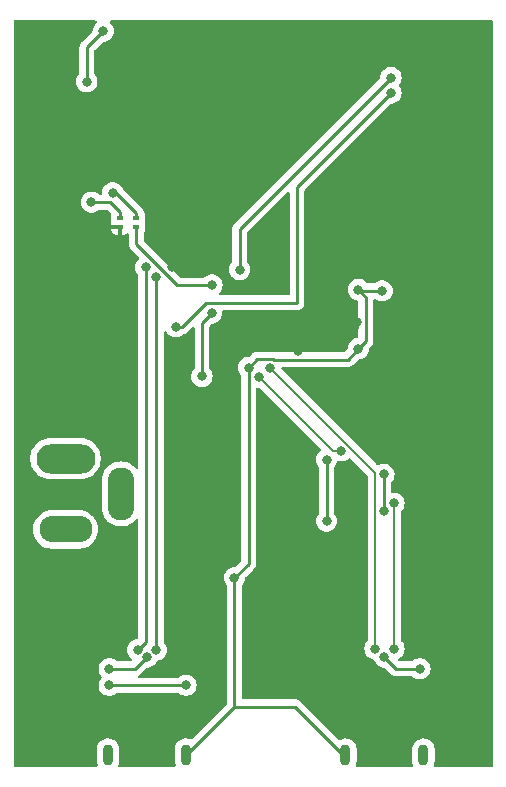
<source format=gbr>
%TF.GenerationSoftware,KiCad,Pcbnew,7.0.9*%
%TF.CreationDate,2024-03-05T03:29:11-06:00*%
%TF.ProjectId,Sensor PCB,53656e73-6f72-4205-9043-422e6b696361,rev?*%
%TF.SameCoordinates,Original*%
%TF.FileFunction,Copper,L2,Bot*%
%TF.FilePolarity,Positive*%
%FSLAX46Y46*%
G04 Gerber Fmt 4.6, Leading zero omitted, Abs format (unit mm)*
G04 Created by KiCad (PCBNEW 7.0.9) date 2024-03-05 03:29:11*
%MOMM*%
%LPD*%
G01*
G04 APERTURE LIST*
%TA.AperFunction,ComponentPad*%
%ADD10O,5.000000X2.500000*%
%TD*%
%TA.AperFunction,ComponentPad*%
%ADD11O,4.500000X2.250000*%
%TD*%
%TA.AperFunction,ComponentPad*%
%ADD12O,2.250000X4.500000*%
%TD*%
%TA.AperFunction,ComponentPad*%
%ADD13O,0.900000X1.800000*%
%TD*%
%TA.AperFunction,SMDPad,CuDef*%
%ADD14R,0.500000X0.300000*%
%TD*%
%TA.AperFunction,ViaPad*%
%ADD15C,0.800000*%
%TD*%
%TA.AperFunction,Conductor*%
%ADD16C,0.250000*%
%TD*%
%TA.AperFunction,Conductor*%
%ADD17C,0.200000*%
%TD*%
G04 APERTURE END LIST*
D10*
%TO.P,J1,1*%
%TO.N,+12V*%
X110000000Y-98300000D03*
D11*
%TO.P,J1,2*%
%TO.N,GND*%
X110000000Y-104300000D03*
D12*
%TO.P,J1,3*%
%TO.N,unconnected-(J1-Pad3)*%
X114700000Y-101300000D03*
%TD*%
D13*
%TO.P,J2,S5,SHIELD__4*%
%TO.N,GND*%
X133700000Y-123400000D03*
%TO.P,J2,S6,SHIELD__5*%
X140300000Y-123400000D03*
%TD*%
%TO.P,J3,S5,SHIELD__4*%
%TO.N,GND*%
X113600000Y-123400000D03*
%TO.P,J3,S6,SHIELD__5*%
X120200000Y-123400000D03*
%TD*%
D14*
%TO.P,U3,1,SDA*%
%TO.N,Net-(U1-IO8)*%
X116000000Y-77900000D03*
%TO.P,U3,2,SCL*%
%TO.N,Net-(U1-IO9)*%
X116000000Y-78700000D03*
%TO.P,U3,3,VDD*%
%TO.N,+3.3V*%
X114600000Y-78700000D03*
%TO.P,U3,4,VSS*%
%TO.N,GND*%
X114600000Y-77900000D03*
%TD*%
D15*
%TO.N,GND*%
X134800000Y-89000000D03*
X140000000Y-116100000D03*
X113700000Y-116100000D03*
X112200000Y-76600000D03*
X113200000Y-62100000D03*
X124300000Y-108400000D03*
X116900000Y-115100000D03*
X111800000Y-66400000D03*
X137000000Y-115100000D03*
X134800000Y-84000000D03*
X136800000Y-84100000D03*
X125500000Y-90600000D03*
%TO.N,+3.3V*%
X115550000Y-72750000D03*
X134700000Y-86700000D03*
X108250000Y-76650000D03*
X129700000Y-89200000D03*
X119000000Y-82100000D03*
X110200000Y-76600000D03*
%TO.N,USB_DP*%
X137800000Y-102100000D03*
X133355378Y-97644622D03*
X126400000Y-91400000D03*
X137800000Y-114400000D03*
%TO.N,USB_DN*%
X136200000Y-114400000D03*
X127300000Y-90600000D03*
%TO.N,IO20*%
X117700000Y-82900000D03*
X117700000Y-114500000D03*
%TO.N,IO19*%
X116800000Y-82100000D03*
X116100000Y-114500000D03*
%TO.N,VBUS*%
X113700000Y-117500000D03*
X120200000Y-117500000D03*
X132100000Y-98400000D03*
X132100000Y-103600000D03*
%TO.N,Net-(U1-IO8)*%
X114000000Y-75800497D03*
%TO.N,Net-(U1-IO9)*%
X122400000Y-83600000D03*
%TO.N,U0RXD*%
X119350000Y-87150000D03*
X137550000Y-67350000D03*
%TO.N,U0TXD*%
X137550000Y-66050000D03*
X124750000Y-82300000D03*
%TO.N,RTS*%
X122369731Y-85995133D03*
X121550000Y-91350000D03*
%TO.N,Net-(U6-COLLECTOR)*%
X136950000Y-102750000D03*
X136950000Y-99650000D03*
%TD*%
D16*
%TO.N,GND*%
X116900000Y-115100000D02*
X115900000Y-116100000D01*
X115900000Y-116100000D02*
X113700000Y-116100000D01*
X111800000Y-63500000D02*
X113200000Y-62100000D01*
X126225000Y-89875000D02*
X125500000Y-90600000D01*
X138000000Y-116100000D02*
X137000000Y-115100000D01*
X134800000Y-89000000D02*
X133875000Y-89925000D01*
X114600000Y-77900000D02*
X114600000Y-77400000D01*
X133875000Y-89925000D02*
X127650305Y-89925000D01*
X114600000Y-77400000D02*
X114000000Y-76800000D01*
X113800000Y-76600000D02*
X112200000Y-76600000D01*
X136800000Y-84100000D02*
X134900000Y-84100000D01*
X134800000Y-89000000D02*
X135425000Y-88375000D01*
X124300000Y-119300000D02*
X124300000Y-108400000D01*
X135425000Y-84625000D02*
X134800000Y-84000000D01*
X134900000Y-84100000D02*
X134800000Y-84000000D01*
X125500000Y-90600000D02*
X125500000Y-107200000D01*
X140000000Y-116100000D02*
X138000000Y-116100000D01*
X135425000Y-88375000D02*
X135425000Y-84625000D01*
X133700000Y-123400000D02*
X133500000Y-123400000D01*
X125500000Y-107200000D02*
X124300000Y-108400000D01*
X129400000Y-119300000D02*
X124300000Y-119300000D01*
X114000000Y-76800000D02*
X113800000Y-76600000D01*
X124300000Y-119300000D02*
X120200000Y-123400000D01*
X127650305Y-89925000D02*
X127600305Y-89875000D01*
X127600305Y-89875000D02*
X126225000Y-89875000D01*
X111800000Y-66400000D02*
X111800000Y-63500000D01*
X133500000Y-123400000D02*
X129400000Y-119300000D01*
%TO.N,+3.3V*%
X131000000Y-87900000D02*
X129700000Y-89200000D01*
X134000000Y-87900000D02*
X131000000Y-87900000D01*
X134700000Y-86700000D02*
X134700000Y-87200000D01*
X134700000Y-87200000D02*
X134000000Y-87900000D01*
X108250000Y-76650000D02*
X110150000Y-76650000D01*
X110150000Y-76650000D02*
X110200000Y-76600000D01*
D17*
%TO.N,USB_DP*%
X132644622Y-97644622D02*
X126400000Y-91400000D01*
X137800000Y-114400000D02*
X137800000Y-102100000D01*
X133355378Y-97644622D02*
X132644622Y-97644622D01*
%TO.N,USB_DN*%
X136200000Y-99500000D02*
X127300000Y-90600000D01*
X136200000Y-114400000D02*
X136200000Y-99500000D01*
D16*
%TO.N,IO20*%
X117700000Y-114500000D02*
X117700000Y-82900000D01*
%TO.N,IO19*%
X116100000Y-114500000D02*
X116800000Y-113800000D01*
X116800000Y-113800000D02*
X116800000Y-82100000D01*
%TO.N,VBUS*%
X132100000Y-103600000D02*
X132100000Y-98400000D01*
X120200000Y-117500000D02*
X113700000Y-117500000D01*
%TO.N,Net-(U1-IO8)*%
X116000000Y-77500000D02*
X114300497Y-75800497D01*
X114300497Y-75800497D02*
X114000000Y-75800497D01*
X116000000Y-77900000D02*
X116000000Y-77500000D01*
%TO.N,Net-(U1-IO9)*%
X119474695Y-83600000D02*
X122400000Y-83600000D01*
X116000000Y-78700000D02*
X116000000Y-80125305D01*
X116000000Y-80125305D02*
X119474695Y-83600000D01*
%TO.N,U0RXD*%
X129600000Y-75300000D02*
X137550000Y-67350000D01*
X119350000Y-87150000D02*
X119875305Y-87150000D01*
X119875305Y-87150000D02*
X121925305Y-85100000D01*
X129600000Y-85100000D02*
X129600000Y-75300000D01*
X121925305Y-85100000D02*
X129600000Y-85100000D01*
%TO.N,U0TXD*%
X124750000Y-78850000D02*
X137550000Y-66050000D01*
X124750000Y-82300000D02*
X124750000Y-78850000D01*
%TO.N,RTS*%
X121550000Y-86814864D02*
X121550000Y-91350000D01*
X122369731Y-85995133D02*
X121550000Y-86814864D01*
%TO.N,Net-(U6-COLLECTOR)*%
X136950000Y-101400000D02*
X136950000Y-102750000D01*
X136950000Y-99650000D02*
X136950000Y-99400000D01*
X136950000Y-101400000D02*
X136950000Y-99650000D01*
%TD*%
%TA.AperFunction,Conductor*%
%TO.N,+3.3V*%
G36*
X112592128Y-61219685D02*
G01*
X112637883Y-61272489D01*
X112647827Y-61341647D01*
X112618802Y-61405203D01*
X112597976Y-61424317D01*
X112594128Y-61427112D01*
X112467466Y-61567785D01*
X112372821Y-61731715D01*
X112372818Y-61731722D01*
X112314327Y-61911740D01*
X112314326Y-61911744D01*
X112296679Y-62079649D01*
X112270094Y-62144263D01*
X112261039Y-62154368D01*
X111416208Y-62999199D01*
X111403951Y-63009020D01*
X111404134Y-63009241D01*
X111398123Y-63014213D01*
X111350772Y-63064636D01*
X111329889Y-63085519D01*
X111329877Y-63085532D01*
X111325621Y-63091017D01*
X111321837Y-63095447D01*
X111289937Y-63129418D01*
X111289936Y-63129420D01*
X111280284Y-63146976D01*
X111269610Y-63163226D01*
X111257329Y-63179061D01*
X111257324Y-63179068D01*
X111238815Y-63221838D01*
X111236245Y-63227084D01*
X111213803Y-63267906D01*
X111208822Y-63287307D01*
X111202521Y-63305710D01*
X111194562Y-63324102D01*
X111194561Y-63324105D01*
X111187271Y-63370127D01*
X111186087Y-63375846D01*
X111174501Y-63420972D01*
X111174500Y-63420982D01*
X111174500Y-63441016D01*
X111172973Y-63460415D01*
X111169840Y-63480194D01*
X111169840Y-63480195D01*
X111174225Y-63526583D01*
X111174500Y-63532421D01*
X111174500Y-65701312D01*
X111154815Y-65768351D01*
X111142650Y-65784284D01*
X111067466Y-65867784D01*
X110972821Y-66031715D01*
X110972818Y-66031722D01*
X110914327Y-66211740D01*
X110914326Y-66211744D01*
X110894540Y-66400000D01*
X110914326Y-66588256D01*
X110914327Y-66588259D01*
X110972818Y-66768277D01*
X110972821Y-66768284D01*
X111067467Y-66932216D01*
X111112043Y-66981722D01*
X111194129Y-67072888D01*
X111347265Y-67184148D01*
X111347270Y-67184151D01*
X111520192Y-67261142D01*
X111520197Y-67261144D01*
X111705354Y-67300500D01*
X111705355Y-67300500D01*
X111894644Y-67300500D01*
X111894646Y-67300500D01*
X112079803Y-67261144D01*
X112252730Y-67184151D01*
X112405871Y-67072888D01*
X112532533Y-66932216D01*
X112627179Y-66768284D01*
X112685674Y-66588256D01*
X112705460Y-66400000D01*
X112685674Y-66211744D01*
X112627179Y-66031716D01*
X112532533Y-65867784D01*
X112527091Y-65861740D01*
X112457350Y-65784284D01*
X112427120Y-65721292D01*
X112425500Y-65701312D01*
X112425500Y-63810452D01*
X112445185Y-63743413D01*
X112461819Y-63722771D01*
X113147772Y-63036819D01*
X113209095Y-63003334D01*
X113235453Y-63000500D01*
X113294644Y-63000500D01*
X113294646Y-63000500D01*
X113479803Y-62961144D01*
X113652730Y-62884151D01*
X113805871Y-62772888D01*
X113932533Y-62632216D01*
X114027179Y-62468284D01*
X114085674Y-62288256D01*
X114105460Y-62100000D01*
X114085674Y-61911744D01*
X114027179Y-61731716D01*
X113932533Y-61567784D01*
X113805871Y-61427112D01*
X113802024Y-61424317D01*
X113759359Y-61368986D01*
X113753381Y-61299372D01*
X113785988Y-61237578D01*
X113846828Y-61203222D01*
X113874911Y-61200000D01*
X146076000Y-61200000D01*
X146143039Y-61219685D01*
X146188794Y-61272489D01*
X146200000Y-61324000D01*
X146200000Y-124276000D01*
X146180315Y-124343039D01*
X146127511Y-124388794D01*
X146076000Y-124400000D01*
X141286449Y-124400000D01*
X141219410Y-124380315D01*
X141173655Y-124327511D01*
X141163711Y-124258353D01*
X141172498Y-124227100D01*
X141172641Y-124226767D01*
X141211587Y-124136012D01*
X141250500Y-123946656D01*
X141250500Y-122901794D01*
X141235845Y-122757679D01*
X141235845Y-122757677D01*
X141177977Y-122573240D01*
X141177975Y-122573236D01*
X141177974Y-122573232D01*
X141084159Y-122404209D01*
X141084158Y-122404208D01*
X141084157Y-122404206D01*
X140958241Y-122257533D01*
X140958240Y-122257531D01*
X140805375Y-122139205D01*
X140805371Y-122139203D01*
X140758052Y-122115992D01*
X140631816Y-122054070D01*
X140631814Y-122054069D01*
X140631811Y-122054068D01*
X140631813Y-122054068D01*
X140444682Y-122005616D01*
X140444676Y-122005615D01*
X140315964Y-121999087D01*
X140251610Y-121995824D01*
X140251609Y-121995824D01*
X140251607Y-121995824D01*
X140060533Y-122025095D01*
X140060521Y-122025098D01*
X139879251Y-122092234D01*
X139879242Y-122092238D01*
X139715196Y-122194488D01*
X139575080Y-122327677D01*
X139464646Y-122486342D01*
X139388413Y-122663987D01*
X139349500Y-122853343D01*
X139349500Y-123898207D01*
X139364154Y-124042322D01*
X139422025Y-124226767D01*
X139422171Y-124227107D01*
X139422195Y-124227309D01*
X139423908Y-124232768D01*
X139422890Y-124233087D01*
X139430515Y-124296476D01*
X139400030Y-124359345D01*
X139340395Y-124395752D01*
X139308217Y-124400000D01*
X134686449Y-124400000D01*
X134619410Y-124380315D01*
X134573655Y-124327511D01*
X134563711Y-124258353D01*
X134572498Y-124227100D01*
X134572641Y-124226767D01*
X134611587Y-124136012D01*
X134650500Y-123946656D01*
X134650500Y-122901794D01*
X134635845Y-122757679D01*
X134635845Y-122757677D01*
X134577977Y-122573240D01*
X134577975Y-122573236D01*
X134577974Y-122573232D01*
X134484159Y-122404209D01*
X134484158Y-122404208D01*
X134484157Y-122404206D01*
X134358241Y-122257533D01*
X134358240Y-122257531D01*
X134205375Y-122139205D01*
X134205371Y-122139203D01*
X134158052Y-122115992D01*
X134031816Y-122054070D01*
X134031814Y-122054069D01*
X134031811Y-122054068D01*
X134031813Y-122054068D01*
X133844682Y-122005616D01*
X133844676Y-122005615D01*
X133715964Y-121999087D01*
X133651610Y-121995824D01*
X133651609Y-121995824D01*
X133651607Y-121995824D01*
X133460533Y-122025095D01*
X133460521Y-122025098D01*
X133279249Y-122092235D01*
X133279243Y-122092237D01*
X133238156Y-122117847D01*
X133170850Y-122136602D01*
X133104090Y-122115992D01*
X133084885Y-122100295D01*
X129900803Y-118916212D01*
X129890980Y-118903950D01*
X129890759Y-118904134D01*
X129885786Y-118898123D01*
X129835364Y-118850773D01*
X129824919Y-118840328D01*
X129814475Y-118829883D01*
X129808986Y-118825625D01*
X129804561Y-118821847D01*
X129770582Y-118789938D01*
X129770580Y-118789936D01*
X129770577Y-118789935D01*
X129753029Y-118780288D01*
X129736763Y-118769604D01*
X129720933Y-118757325D01*
X129678168Y-118738818D01*
X129672922Y-118736248D01*
X129632093Y-118713803D01*
X129632092Y-118713802D01*
X129612693Y-118708822D01*
X129594281Y-118702518D01*
X129575898Y-118694562D01*
X129575892Y-118694560D01*
X129529874Y-118687272D01*
X129524152Y-118686087D01*
X129479021Y-118674500D01*
X129479019Y-118674500D01*
X129458984Y-118674500D01*
X129439586Y-118672973D01*
X129432162Y-118671797D01*
X129419805Y-118669840D01*
X129419804Y-118669840D01*
X129373416Y-118674225D01*
X129367578Y-118674500D01*
X125049500Y-118674500D01*
X124982461Y-118654815D01*
X124936706Y-118602011D01*
X124925500Y-118550500D01*
X124925500Y-109098687D01*
X124945185Y-109031648D01*
X124957350Y-109015715D01*
X124975891Y-108995122D01*
X125032533Y-108932216D01*
X125127179Y-108768284D01*
X125185674Y-108588256D01*
X125203321Y-108420344D01*
X125229904Y-108355734D01*
X125238951Y-108345638D01*
X125883788Y-107700801D01*
X125896042Y-107690986D01*
X125895859Y-107690764D01*
X125901866Y-107685792D01*
X125901877Y-107685786D01*
X125932775Y-107652882D01*
X125949227Y-107635364D01*
X125959671Y-107624918D01*
X125970120Y-107614471D01*
X125974379Y-107608978D01*
X125978152Y-107604561D01*
X126010062Y-107570582D01*
X126019713Y-107553024D01*
X126030396Y-107536761D01*
X126042673Y-107520936D01*
X126061185Y-107478153D01*
X126063738Y-107472941D01*
X126086197Y-107432092D01*
X126091180Y-107412680D01*
X126097481Y-107394280D01*
X126105437Y-107375896D01*
X126112729Y-107329852D01*
X126113906Y-107324171D01*
X126125500Y-107279019D01*
X126125500Y-107258983D01*
X126127027Y-107239582D01*
X126130160Y-107219804D01*
X126125775Y-107173415D01*
X126125500Y-107167577D01*
X126125500Y-92415397D01*
X126145185Y-92348358D01*
X126197989Y-92302603D01*
X126267147Y-92292659D01*
X126275247Y-92294100D01*
X126305354Y-92300500D01*
X126399903Y-92300500D01*
X126466942Y-92320185D01*
X126487584Y-92336819D01*
X131613731Y-97462966D01*
X131647216Y-97524289D01*
X131642232Y-97593981D01*
X131600360Y-97649914D01*
X131598936Y-97650965D01*
X131494127Y-97727113D01*
X131367466Y-97867785D01*
X131272821Y-98031715D01*
X131272818Y-98031722D01*
X131214327Y-98211740D01*
X131214326Y-98211744D01*
X131194540Y-98400000D01*
X131214326Y-98588256D01*
X131214327Y-98588259D01*
X131272818Y-98768277D01*
X131272821Y-98768284D01*
X131367467Y-98932216D01*
X131375670Y-98941326D01*
X131442650Y-99015715D01*
X131472880Y-99078706D01*
X131474500Y-99098687D01*
X131474500Y-102901312D01*
X131454815Y-102968351D01*
X131442650Y-102984284D01*
X131367466Y-103067784D01*
X131272821Y-103231715D01*
X131272818Y-103231722D01*
X131223535Y-103383401D01*
X131214326Y-103411744D01*
X131194540Y-103600000D01*
X131214326Y-103788256D01*
X131214327Y-103788259D01*
X131272818Y-103968277D01*
X131272821Y-103968284D01*
X131367467Y-104132216D01*
X131494129Y-104272888D01*
X131647265Y-104384148D01*
X131647270Y-104384151D01*
X131820192Y-104461142D01*
X131820197Y-104461144D01*
X132005354Y-104500500D01*
X132005355Y-104500500D01*
X132194644Y-104500500D01*
X132194646Y-104500500D01*
X132379803Y-104461144D01*
X132552730Y-104384151D01*
X132705871Y-104272888D01*
X132832533Y-104132216D01*
X132927179Y-103968284D01*
X132985674Y-103788256D01*
X133005460Y-103600000D01*
X132985674Y-103411744D01*
X132927179Y-103231716D01*
X132832533Y-103067784D01*
X132757350Y-102984284D01*
X132727120Y-102921292D01*
X132725500Y-102901312D01*
X132725500Y-99098687D01*
X132745185Y-99031648D01*
X132757350Y-99015715D01*
X132792108Y-98977112D01*
X132832533Y-98932216D01*
X132927179Y-98768284D01*
X132982051Y-98599403D01*
X133021488Y-98541730D01*
X133085847Y-98514531D01*
X133125758Y-98516432D01*
X133260732Y-98545122D01*
X133260733Y-98545122D01*
X133450022Y-98545122D01*
X133450024Y-98545122D01*
X133635181Y-98505766D01*
X133808108Y-98428773D01*
X133961249Y-98317510D01*
X133971902Y-98305679D01*
X134031388Y-98269030D01*
X134101245Y-98270359D01*
X134151734Y-98300969D01*
X135563181Y-99712416D01*
X135596666Y-99773739D01*
X135599500Y-99800097D01*
X135599500Y-113673547D01*
X135579815Y-113740586D01*
X135567650Y-113756519D01*
X135467466Y-113867785D01*
X135372821Y-114031715D01*
X135372818Y-114031722D01*
X135314327Y-114211740D01*
X135314326Y-114211744D01*
X135294540Y-114400000D01*
X135314326Y-114588256D01*
X135314327Y-114588259D01*
X135372818Y-114768277D01*
X135372821Y-114768284D01*
X135467467Y-114932216D01*
X135557506Y-115032214D01*
X135594129Y-115072888D01*
X135747265Y-115184148D01*
X135747270Y-115184151D01*
X135920192Y-115261142D01*
X135920197Y-115261144D01*
X136028437Y-115284151D01*
X136049237Y-115288572D01*
X136110719Y-115321764D01*
X136141387Y-115371543D01*
X136172819Y-115468280D01*
X136172821Y-115468284D01*
X136267467Y-115632216D01*
X136357063Y-115731722D01*
X136394129Y-115772888D01*
X136547265Y-115884148D01*
X136547270Y-115884151D01*
X136720192Y-115961142D01*
X136720197Y-115961144D01*
X136905354Y-116000500D01*
X136964548Y-116000500D01*
X137031587Y-116020185D01*
X137052229Y-116036819D01*
X137499194Y-116483784D01*
X137509019Y-116496048D01*
X137509240Y-116495866D01*
X137514210Y-116501873D01*
X137514213Y-116501876D01*
X137514214Y-116501877D01*
X137564651Y-116549241D01*
X137585530Y-116570120D01*
X137591004Y-116574366D01*
X137595442Y-116578156D01*
X137629418Y-116610062D01*
X137629422Y-116610064D01*
X137646973Y-116619713D01*
X137663231Y-116630392D01*
X137679064Y-116642674D01*
X137696422Y-116650185D01*
X137721837Y-116661183D01*
X137727081Y-116663752D01*
X137767908Y-116686197D01*
X137787312Y-116691179D01*
X137805710Y-116697478D01*
X137824105Y-116705438D01*
X137870129Y-116712726D01*
X137875832Y-116713907D01*
X137920981Y-116725500D01*
X137941016Y-116725500D01*
X137960413Y-116727026D01*
X137980196Y-116730160D01*
X138026584Y-116725775D01*
X138032422Y-116725500D01*
X139296252Y-116725500D01*
X139363291Y-116745185D01*
X139388400Y-116766526D01*
X139394126Y-116772885D01*
X139394130Y-116772889D01*
X139547265Y-116884148D01*
X139547270Y-116884151D01*
X139720192Y-116961142D01*
X139720197Y-116961144D01*
X139905354Y-117000500D01*
X139905355Y-117000500D01*
X140094644Y-117000500D01*
X140094646Y-117000500D01*
X140279803Y-116961144D01*
X140452730Y-116884151D01*
X140605871Y-116772888D01*
X140732533Y-116632216D01*
X140827179Y-116468284D01*
X140885674Y-116288256D01*
X140905460Y-116100000D01*
X140885674Y-115911744D01*
X140827179Y-115731716D01*
X140732533Y-115567784D01*
X140605871Y-115427112D01*
X140605870Y-115427111D01*
X140452734Y-115315851D01*
X140452729Y-115315848D01*
X140279807Y-115238857D01*
X140279802Y-115238855D01*
X140134001Y-115207865D01*
X140094646Y-115199500D01*
X139905354Y-115199500D01*
X139872897Y-115206398D01*
X139720197Y-115238855D01*
X139720192Y-115238857D01*
X139547270Y-115315848D01*
X139547265Y-115315851D01*
X139394130Y-115427110D01*
X139394126Y-115427114D01*
X139388400Y-115433474D01*
X139328913Y-115470121D01*
X139296252Y-115474500D01*
X138310452Y-115474500D01*
X138243413Y-115454815D01*
X138222771Y-115438181D01*
X138183805Y-115399215D01*
X138150320Y-115337892D01*
X138155304Y-115268200D01*
X138197176Y-115212267D01*
X138221044Y-115198258D01*
X138252730Y-115184151D01*
X138405871Y-115072888D01*
X138532533Y-114932216D01*
X138627179Y-114768284D01*
X138685674Y-114588256D01*
X138705460Y-114400000D01*
X138685674Y-114211744D01*
X138627179Y-114031716D01*
X138532533Y-113867784D01*
X138472681Y-113801312D01*
X138432350Y-113756519D01*
X138402120Y-113693527D01*
X138400500Y-113673547D01*
X138400500Y-102826452D01*
X138420185Y-102759413D01*
X138432350Y-102743480D01*
X138532533Y-102632216D01*
X138627179Y-102468284D01*
X138685674Y-102288256D01*
X138705460Y-102100000D01*
X138685674Y-101911744D01*
X138627179Y-101731716D01*
X138532533Y-101567784D01*
X138405871Y-101427112D01*
X138405870Y-101427111D01*
X138252734Y-101315851D01*
X138252729Y-101315848D01*
X138079807Y-101238857D01*
X138079802Y-101238855D01*
X137934001Y-101207865D01*
X137894646Y-101199500D01*
X137705354Y-101199500D01*
X137699500Y-101199500D01*
X137632461Y-101179815D01*
X137586706Y-101127011D01*
X137575500Y-101075500D01*
X137575500Y-100348687D01*
X137595185Y-100281648D01*
X137607350Y-100265715D01*
X137625891Y-100245122D01*
X137682533Y-100182216D01*
X137777179Y-100018284D01*
X137835674Y-99838256D01*
X137855460Y-99650000D01*
X137835674Y-99461744D01*
X137777179Y-99281716D01*
X137682533Y-99117784D01*
X137555871Y-98977112D01*
X137506616Y-98941326D01*
X137402734Y-98865851D01*
X137402729Y-98865848D01*
X137229807Y-98788857D01*
X137229802Y-98788855D01*
X137084001Y-98757865D01*
X137044646Y-98749500D01*
X136855354Y-98749500D01*
X136822897Y-98756398D01*
X136670197Y-98788855D01*
X136670192Y-98788857D01*
X136518258Y-98856504D01*
X136449008Y-98865789D01*
X136385731Y-98836161D01*
X136380141Y-98830906D01*
X128311416Y-90762181D01*
X128277931Y-90700858D01*
X128282915Y-90631166D01*
X128324787Y-90575233D01*
X128390251Y-90550816D01*
X128399097Y-90550500D01*
X133792257Y-90550500D01*
X133807877Y-90552224D01*
X133807904Y-90551939D01*
X133815660Y-90552671D01*
X133815667Y-90552673D01*
X133884814Y-90550500D01*
X133914350Y-90550500D01*
X133921228Y-90549630D01*
X133927041Y-90549172D01*
X133973627Y-90547709D01*
X133992869Y-90542117D01*
X134011912Y-90538174D01*
X134031792Y-90535664D01*
X134075122Y-90518507D01*
X134080646Y-90516617D01*
X134084396Y-90515527D01*
X134125390Y-90503618D01*
X134142629Y-90493422D01*
X134160103Y-90484862D01*
X134178727Y-90477488D01*
X134178727Y-90477487D01*
X134178732Y-90477486D01*
X134216449Y-90450082D01*
X134221305Y-90446892D01*
X134261420Y-90423170D01*
X134275589Y-90408999D01*
X134290379Y-90396368D01*
X134306587Y-90384594D01*
X134336299Y-90348676D01*
X134340212Y-90344376D01*
X134747771Y-89936819D01*
X134809094Y-89903334D01*
X134835452Y-89900500D01*
X134894644Y-89900500D01*
X134894646Y-89900500D01*
X135079803Y-89861144D01*
X135252730Y-89784151D01*
X135405871Y-89672888D01*
X135532533Y-89532216D01*
X135627179Y-89368284D01*
X135685674Y-89188256D01*
X135703321Y-89020344D01*
X135729904Y-88955734D01*
X135738951Y-88945638D01*
X135808788Y-88875801D01*
X135821042Y-88865986D01*
X135820859Y-88865764D01*
X135826866Y-88860792D01*
X135826877Y-88860786D01*
X135857775Y-88827882D01*
X135874227Y-88810364D01*
X135884671Y-88799918D01*
X135895120Y-88789471D01*
X135899379Y-88783978D01*
X135903152Y-88779561D01*
X135935062Y-88745582D01*
X135944713Y-88728024D01*
X135955396Y-88711761D01*
X135967673Y-88695936D01*
X135986185Y-88653153D01*
X135988738Y-88647941D01*
X136011197Y-88607092D01*
X136016180Y-88587680D01*
X136022481Y-88569280D01*
X136030437Y-88550896D01*
X136037729Y-88504852D01*
X136038906Y-88499171D01*
X136050500Y-88454019D01*
X136050500Y-88433983D01*
X136052027Y-88414582D01*
X136055160Y-88394804D01*
X136050775Y-88348415D01*
X136050500Y-88342577D01*
X136050500Y-84911898D01*
X136070185Y-84844859D01*
X136122989Y-84799104D01*
X136192147Y-84789160D01*
X136247381Y-84811578D01*
X136347266Y-84884148D01*
X136347270Y-84884151D01*
X136520192Y-84961142D01*
X136520197Y-84961144D01*
X136705354Y-85000500D01*
X136705355Y-85000500D01*
X136894644Y-85000500D01*
X136894646Y-85000500D01*
X137079803Y-84961144D01*
X137252730Y-84884151D01*
X137405871Y-84772888D01*
X137532533Y-84632216D01*
X137627179Y-84468284D01*
X137685674Y-84288256D01*
X137705460Y-84100000D01*
X137685674Y-83911744D01*
X137627179Y-83731716D01*
X137532533Y-83567784D01*
X137405871Y-83427112D01*
X137405870Y-83427111D01*
X137252734Y-83315851D01*
X137252729Y-83315848D01*
X137079807Y-83238857D01*
X137079802Y-83238855D01*
X136934001Y-83207865D01*
X136894646Y-83199500D01*
X136705354Y-83199500D01*
X136672897Y-83206398D01*
X136520197Y-83238855D01*
X136520192Y-83238857D01*
X136347270Y-83315848D01*
X136347265Y-83315851D01*
X136194130Y-83427110D01*
X136194126Y-83427114D01*
X136188400Y-83433474D01*
X136128913Y-83470121D01*
X136096252Y-83474500D01*
X135593788Y-83474500D01*
X135526749Y-83454815D01*
X135501638Y-83433472D01*
X135495911Y-83427112D01*
X135405871Y-83327112D01*
X135390369Y-83315849D01*
X135252734Y-83215851D01*
X135252729Y-83215848D01*
X135079807Y-83138857D01*
X135079802Y-83138855D01*
X134934001Y-83107865D01*
X134894646Y-83099500D01*
X134705354Y-83099500D01*
X134672897Y-83106398D01*
X134520197Y-83138855D01*
X134520192Y-83138857D01*
X134347270Y-83215848D01*
X134347265Y-83215851D01*
X134194129Y-83327111D01*
X134067466Y-83467785D01*
X133972821Y-83631715D01*
X133972818Y-83631722D01*
X133914327Y-83811740D01*
X133914326Y-83811744D01*
X133894540Y-84000000D01*
X133914326Y-84188256D01*
X133914327Y-84188259D01*
X133972818Y-84368277D01*
X133972821Y-84368284D01*
X134067467Y-84532216D01*
X134130147Y-84601829D01*
X134194129Y-84672888D01*
X134347265Y-84784148D01*
X134347270Y-84784151D01*
X134520192Y-84861142D01*
X134520197Y-84861144D01*
X134701281Y-84899634D01*
X134762763Y-84932826D01*
X134796539Y-84993989D01*
X134799500Y-85020924D01*
X134799500Y-87979075D01*
X134779815Y-88046114D01*
X134727011Y-88091869D01*
X134701281Y-88100365D01*
X134520197Y-88138855D01*
X134520192Y-88138857D01*
X134347270Y-88215848D01*
X134347265Y-88215851D01*
X134194129Y-88327111D01*
X134067466Y-88467785D01*
X133972821Y-88631715D01*
X133972818Y-88631722D01*
X133941526Y-88728030D01*
X133914326Y-88811744D01*
X133896679Y-88979650D01*
X133870094Y-89044264D01*
X133861039Y-89054369D01*
X133652228Y-89263181D01*
X133590905Y-89296666D01*
X133564547Y-89299500D01*
X127883070Y-89299500D01*
X127837427Y-89290794D01*
X127832396Y-89288802D01*
X127812998Y-89283822D01*
X127794586Y-89277518D01*
X127776203Y-89269562D01*
X127776197Y-89269560D01*
X127730179Y-89262272D01*
X127724457Y-89261087D01*
X127679326Y-89249500D01*
X127679324Y-89249500D01*
X127659289Y-89249500D01*
X127639891Y-89247973D01*
X127632467Y-89246797D01*
X127620110Y-89244840D01*
X127620109Y-89244840D01*
X127573721Y-89249225D01*
X127567883Y-89249500D01*
X126307743Y-89249500D01*
X126292122Y-89247775D01*
X126292096Y-89248061D01*
X126284334Y-89247327D01*
X126284333Y-89247327D01*
X126215186Y-89249500D01*
X126185649Y-89249500D01*
X126178766Y-89250369D01*
X126172949Y-89250826D01*
X126126373Y-89252290D01*
X126107129Y-89257881D01*
X126088079Y-89261825D01*
X126068211Y-89264334D01*
X126024884Y-89281488D01*
X126019358Y-89283379D01*
X125974614Y-89296379D01*
X125974610Y-89296381D01*
X125957366Y-89306579D01*
X125939905Y-89315133D01*
X125921274Y-89322510D01*
X125921262Y-89322517D01*
X125883570Y-89349902D01*
X125878687Y-89353109D01*
X125838580Y-89376829D01*
X125824414Y-89390995D01*
X125809624Y-89403627D01*
X125793414Y-89415404D01*
X125793411Y-89415407D01*
X125763710Y-89451309D01*
X125759777Y-89455631D01*
X125552227Y-89663182D01*
X125490907Y-89696666D01*
X125464548Y-89699500D01*
X125405354Y-89699500D01*
X125372897Y-89706398D01*
X125220197Y-89738855D01*
X125220192Y-89738857D01*
X125047270Y-89815848D01*
X125047265Y-89815851D01*
X124894129Y-89927111D01*
X124767466Y-90067785D01*
X124672821Y-90231715D01*
X124672818Y-90231722D01*
X124623147Y-90384595D01*
X124614326Y-90411744D01*
X124594540Y-90600000D01*
X124614326Y-90788256D01*
X124614327Y-90788259D01*
X124672818Y-90968277D01*
X124672821Y-90968284D01*
X124767467Y-91132216D01*
X124810772Y-91180310D01*
X124842650Y-91215715D01*
X124872880Y-91278706D01*
X124874500Y-91298687D01*
X124874500Y-106889547D01*
X124854815Y-106956586D01*
X124838181Y-106977228D01*
X124352228Y-107463181D01*
X124290905Y-107496666D01*
X124264547Y-107499500D01*
X124205354Y-107499500D01*
X124172897Y-107506398D01*
X124020197Y-107538855D01*
X124020192Y-107538857D01*
X123847270Y-107615848D01*
X123847265Y-107615851D01*
X123694129Y-107727111D01*
X123567466Y-107867785D01*
X123472821Y-108031715D01*
X123472818Y-108031722D01*
X123414327Y-108211740D01*
X123414326Y-108211744D01*
X123394540Y-108400000D01*
X123414326Y-108588256D01*
X123414327Y-108588259D01*
X123472818Y-108768277D01*
X123472821Y-108768284D01*
X123567467Y-108932216D01*
X123610772Y-108980310D01*
X123642650Y-109015715D01*
X123672880Y-109078706D01*
X123674500Y-109098687D01*
X123674500Y-118989546D01*
X123654815Y-119056585D01*
X123638181Y-119077227D01*
X120681404Y-122034003D01*
X120620081Y-122067488D01*
X120550389Y-122062504D01*
X120539116Y-122057651D01*
X120531812Y-122054068D01*
X120531813Y-122054068D01*
X120344682Y-122005616D01*
X120344676Y-122005615D01*
X120215964Y-121999087D01*
X120151610Y-121995824D01*
X120151609Y-121995824D01*
X120151607Y-121995824D01*
X119960533Y-122025095D01*
X119960521Y-122025098D01*
X119779251Y-122092234D01*
X119779242Y-122092238D01*
X119615196Y-122194488D01*
X119475080Y-122327677D01*
X119364646Y-122486342D01*
X119288413Y-122663987D01*
X119249500Y-122853343D01*
X119249500Y-123898207D01*
X119264154Y-124042322D01*
X119322025Y-124226767D01*
X119322171Y-124227107D01*
X119322195Y-124227309D01*
X119323908Y-124232768D01*
X119322890Y-124233087D01*
X119330515Y-124296476D01*
X119300030Y-124359345D01*
X119240395Y-124395752D01*
X119208217Y-124400000D01*
X114586449Y-124400000D01*
X114519410Y-124380315D01*
X114473655Y-124327511D01*
X114463711Y-124258353D01*
X114472498Y-124227100D01*
X114472641Y-124226767D01*
X114511587Y-124136012D01*
X114550500Y-123946656D01*
X114550500Y-122901794D01*
X114535845Y-122757679D01*
X114535845Y-122757677D01*
X114477977Y-122573240D01*
X114477975Y-122573236D01*
X114477974Y-122573232D01*
X114384159Y-122404209D01*
X114384158Y-122404208D01*
X114384157Y-122404206D01*
X114258241Y-122257533D01*
X114258240Y-122257531D01*
X114105375Y-122139205D01*
X114105371Y-122139203D01*
X114058052Y-122115992D01*
X113931816Y-122054070D01*
X113931814Y-122054069D01*
X113931811Y-122054068D01*
X113931813Y-122054068D01*
X113744682Y-122005616D01*
X113744676Y-122005615D01*
X113615964Y-121999087D01*
X113551610Y-121995824D01*
X113551609Y-121995824D01*
X113551607Y-121995824D01*
X113360533Y-122025095D01*
X113360521Y-122025098D01*
X113179251Y-122092234D01*
X113179242Y-122092238D01*
X113015196Y-122194488D01*
X112875080Y-122327677D01*
X112764646Y-122486342D01*
X112688413Y-122663987D01*
X112649500Y-122853343D01*
X112649500Y-123898207D01*
X112664154Y-124042322D01*
X112722025Y-124226767D01*
X112722171Y-124227107D01*
X112722195Y-124227309D01*
X112723908Y-124232768D01*
X112722890Y-124233087D01*
X112730515Y-124296476D01*
X112700030Y-124359345D01*
X112640395Y-124395752D01*
X112608217Y-124400000D01*
X105724000Y-124400000D01*
X105656961Y-124380315D01*
X105611206Y-124327511D01*
X105600000Y-124276000D01*
X105600000Y-104300000D01*
X107244474Y-104300000D01*
X107264547Y-104555064D01*
X107324279Y-104803864D01*
X107422188Y-105040239D01*
X107422190Y-105040242D01*
X107555875Y-105258396D01*
X107555878Y-105258401D01*
X107631200Y-105346591D01*
X107722044Y-105452956D01*
X107846579Y-105559319D01*
X107916598Y-105619121D01*
X107916603Y-105619124D01*
X108134757Y-105752809D01*
X108134760Y-105752811D01*
X108371135Y-105850720D01*
X108371140Y-105850722D01*
X108619930Y-105910452D01*
X108747401Y-105920484D01*
X108811135Y-105925500D01*
X108811137Y-105925500D01*
X111188865Y-105925500D01*
X111243493Y-105921200D01*
X111380070Y-105910452D01*
X111628860Y-105850722D01*
X111747051Y-105801765D01*
X111865239Y-105752811D01*
X111865240Y-105752810D01*
X111865243Y-105752809D01*
X112083399Y-105619123D01*
X112277956Y-105452956D01*
X112444123Y-105258399D01*
X112577809Y-105040243D01*
X112675722Y-104803860D01*
X112735452Y-104555070D01*
X112755526Y-104300000D01*
X112735452Y-104044930D01*
X112675722Y-103796140D01*
X112672456Y-103788256D01*
X112577811Y-103559760D01*
X112577809Y-103559757D01*
X112491167Y-103418370D01*
X112444123Y-103341601D01*
X112444122Y-103341600D01*
X112444121Y-103341598D01*
X112384319Y-103271579D01*
X112277956Y-103147044D01*
X112171591Y-103056200D01*
X112083401Y-102980878D01*
X112083396Y-102980875D01*
X111865242Y-102847190D01*
X111865239Y-102847188D01*
X111628864Y-102749279D01*
X111604710Y-102743480D01*
X111380070Y-102689548D01*
X111380068Y-102689547D01*
X111380065Y-102689547D01*
X111188865Y-102674500D01*
X111188863Y-102674500D01*
X108811137Y-102674500D01*
X108811135Y-102674500D01*
X108619934Y-102689547D01*
X108371135Y-102749279D01*
X108134760Y-102847188D01*
X108134757Y-102847190D01*
X107916603Y-102980875D01*
X107916598Y-102980878D01*
X107722044Y-103147044D01*
X107555878Y-103341598D01*
X107555875Y-103341603D01*
X107422190Y-103559757D01*
X107422188Y-103559760D01*
X107324279Y-103796135D01*
X107324278Y-103796140D01*
X107266824Y-104035452D01*
X107264547Y-104044935D01*
X107244474Y-104300000D01*
X105600000Y-104300000D01*
X105600000Y-98431187D01*
X106999500Y-98431187D01*
X107016163Y-98541730D01*
X107038604Y-98690615D01*
X107038605Y-98690617D01*
X107038606Y-98690623D01*
X107115938Y-98941326D01*
X107229767Y-99177696D01*
X107229768Y-99177697D01*
X107229770Y-99177700D01*
X107229772Y-99177704D01*
X107377567Y-99394479D01*
X107556014Y-99586801D01*
X107556018Y-99586804D01*
X107556019Y-99586805D01*
X107761143Y-99750386D01*
X107988357Y-99881568D01*
X108232584Y-99977420D01*
X108488370Y-100035802D01*
X108488376Y-100035802D01*
X108488379Y-100035803D01*
X108684500Y-100050500D01*
X108684506Y-100050500D01*
X111315500Y-100050500D01*
X111511620Y-100035803D01*
X111511622Y-100035802D01*
X111511630Y-100035802D01*
X111767416Y-99977420D01*
X112011643Y-99881568D01*
X112238857Y-99750386D01*
X112443981Y-99586805D01*
X112622433Y-99394479D01*
X112770228Y-99177704D01*
X112884063Y-98941323D01*
X112961396Y-98690615D01*
X113000500Y-98431182D01*
X113000500Y-98168818D01*
X112961396Y-97909385D01*
X112884063Y-97658677D01*
X112845732Y-97579082D01*
X112770232Y-97422303D01*
X112770231Y-97422302D01*
X112770230Y-97422301D01*
X112770228Y-97422296D01*
X112622433Y-97205521D01*
X112612441Y-97194753D01*
X112443985Y-97013198D01*
X112353474Y-96941018D01*
X112238857Y-96849614D01*
X112011643Y-96718432D01*
X111767416Y-96622580D01*
X111767411Y-96622578D01*
X111767402Y-96622576D01*
X111549818Y-96572914D01*
X111511630Y-96564198D01*
X111511629Y-96564197D01*
X111511625Y-96564197D01*
X111511620Y-96564196D01*
X111315500Y-96549500D01*
X111315494Y-96549500D01*
X108684506Y-96549500D01*
X108684500Y-96549500D01*
X108488379Y-96564196D01*
X108488374Y-96564197D01*
X108232597Y-96622576D01*
X108232578Y-96622582D01*
X107988356Y-96718432D01*
X107761143Y-96849614D01*
X107556014Y-97013198D01*
X107377567Y-97205520D01*
X107229768Y-97422302D01*
X107229767Y-97422303D01*
X107115938Y-97658673D01*
X107038606Y-97909376D01*
X107038605Y-97909381D01*
X107038604Y-97909385D01*
X107023853Y-98007247D01*
X106999500Y-98168812D01*
X106999500Y-98431187D01*
X105600000Y-98431187D01*
X105600000Y-78850000D01*
X113850000Y-78850000D01*
X113850000Y-78897844D01*
X113856401Y-78957372D01*
X113856403Y-78957379D01*
X113906645Y-79092086D01*
X113906649Y-79092093D01*
X113992809Y-79207187D01*
X113992812Y-79207190D01*
X114107906Y-79293350D01*
X114107913Y-79293354D01*
X114242620Y-79343596D01*
X114242627Y-79343598D01*
X114302155Y-79349999D01*
X114302172Y-79350000D01*
X114450000Y-79350000D01*
X114450000Y-78850000D01*
X113850000Y-78850000D01*
X105600000Y-78850000D01*
X105600000Y-76600000D01*
X111294540Y-76600000D01*
X111314326Y-76788256D01*
X111314327Y-76788259D01*
X111372818Y-76968277D01*
X111372821Y-76968284D01*
X111467467Y-77132216D01*
X111557640Y-77232363D01*
X111594129Y-77272888D01*
X111747265Y-77384148D01*
X111747270Y-77384151D01*
X111920192Y-77461142D01*
X111920197Y-77461144D01*
X112105354Y-77500500D01*
X112105355Y-77500500D01*
X112294644Y-77500500D01*
X112294646Y-77500500D01*
X112479803Y-77461144D01*
X112652730Y-77384151D01*
X112805871Y-77272888D01*
X112808788Y-77269647D01*
X112811600Y-77266526D01*
X112871087Y-77229879D01*
X112903748Y-77225500D01*
X113489548Y-77225500D01*
X113556587Y-77245185D01*
X113577228Y-77261818D01*
X113827274Y-77511864D01*
X113860758Y-77573186D01*
X113856364Y-77634651D01*
X113857693Y-77634965D01*
X113855910Y-77642508D01*
X113855909Y-77642516D01*
X113855909Y-77642517D01*
X113849500Y-77702127D01*
X113849500Y-77702134D01*
X113849500Y-77702135D01*
X113849500Y-78097870D01*
X113849501Y-78097876D01*
X113855908Y-78157483D01*
X113893168Y-78257381D01*
X113898152Y-78327073D01*
X113893168Y-78344046D01*
X113856403Y-78442617D01*
X113856401Y-78442627D01*
X113850000Y-78502155D01*
X113850000Y-78550000D01*
X114294155Y-78550000D01*
X114300786Y-78550355D01*
X114302127Y-78550500D01*
X114626001Y-78550499D01*
X114693039Y-78570183D01*
X114738794Y-78622987D01*
X114750000Y-78674499D01*
X114750000Y-79350000D01*
X114897828Y-79350000D01*
X114897844Y-79349999D01*
X114957372Y-79343598D01*
X114957379Y-79343596D01*
X115092086Y-79293354D01*
X115092089Y-79293352D01*
X115176188Y-79230396D01*
X115241653Y-79205978D01*
X115309926Y-79220829D01*
X115359332Y-79270234D01*
X115374500Y-79329662D01*
X115374500Y-80042560D01*
X115372775Y-80058177D01*
X115373061Y-80058204D01*
X115372326Y-80065970D01*
X115374500Y-80135119D01*
X115374500Y-80164648D01*
X115374501Y-80164665D01*
X115375368Y-80171536D01*
X115375826Y-80177355D01*
X115377290Y-80223929D01*
X115377291Y-80223932D01*
X115382880Y-80243172D01*
X115386824Y-80262216D01*
X115389336Y-80282096D01*
X115406490Y-80325424D01*
X115408382Y-80330952D01*
X115421381Y-80375693D01*
X115431580Y-80392939D01*
X115440138Y-80410408D01*
X115447514Y-80429037D01*
X115474898Y-80466728D01*
X115478106Y-80471612D01*
X115501827Y-80511721D01*
X115501833Y-80511729D01*
X115515990Y-80525885D01*
X115528628Y-80540681D01*
X115540405Y-80556891D01*
X115540406Y-80556892D01*
X115576309Y-80586593D01*
X115580620Y-80590515D01*
X116220678Y-81230573D01*
X116254163Y-81291896D01*
X116249179Y-81361588D01*
X116207307Y-81417521D01*
X116205885Y-81418570D01*
X116194130Y-81427110D01*
X116194129Y-81427111D01*
X116067466Y-81567785D01*
X115972821Y-81731715D01*
X115972818Y-81731722D01*
X115914327Y-81911740D01*
X115914326Y-81911744D01*
X115894540Y-82100000D01*
X115914326Y-82288256D01*
X115914327Y-82288259D01*
X115972818Y-82468277D01*
X115972821Y-82468284D01*
X116067467Y-82632216D01*
X116099937Y-82668277D01*
X116142650Y-82715715D01*
X116172880Y-82778706D01*
X116174500Y-82798687D01*
X116174500Y-99062406D01*
X116154815Y-99129445D01*
X116102011Y-99175200D01*
X116032853Y-99185144D01*
X115969297Y-99156119D01*
X115956210Y-99142938D01*
X115887428Y-99062406D01*
X115852956Y-99022044D01*
X115746591Y-98931200D01*
X115658401Y-98855878D01*
X115658396Y-98855875D01*
X115440242Y-98722190D01*
X115440239Y-98722188D01*
X115203864Y-98624279D01*
X115203860Y-98624278D01*
X114955070Y-98564548D01*
X114955067Y-98564547D01*
X114955064Y-98564547D01*
X114700000Y-98544474D01*
X114444935Y-98564547D01*
X114444931Y-98564547D01*
X114444930Y-98564548D01*
X114346168Y-98588259D01*
X114196135Y-98624279D01*
X113959760Y-98722188D01*
X113959757Y-98722190D01*
X113741603Y-98855875D01*
X113741598Y-98855878D01*
X113547044Y-99022044D01*
X113380878Y-99216598D01*
X113380875Y-99216603D01*
X113247190Y-99434757D01*
X113247188Y-99434760D01*
X113149279Y-99671135D01*
X113089547Y-99919934D01*
X113074500Y-100111135D01*
X113074500Y-102488865D01*
X113089547Y-102680065D01*
X113089547Y-102680068D01*
X113089548Y-102680070D01*
X113104772Y-102743480D01*
X113149279Y-102928864D01*
X113247188Y-103165239D01*
X113247190Y-103165242D01*
X113380875Y-103383396D01*
X113380878Y-103383401D01*
X113410745Y-103418370D01*
X113547044Y-103577956D01*
X113636941Y-103654735D01*
X113741598Y-103744121D01*
X113741600Y-103744122D01*
X113741601Y-103744123D01*
X113826477Y-103796135D01*
X113959757Y-103877809D01*
X113959760Y-103877811D01*
X114178166Y-103968277D01*
X114196140Y-103975722D01*
X114444930Y-104035452D01*
X114700000Y-104055526D01*
X114955070Y-104035452D01*
X115203860Y-103975722D01*
X115322051Y-103926765D01*
X115440239Y-103877811D01*
X115440240Y-103877810D01*
X115440243Y-103877809D01*
X115658399Y-103744123D01*
X115852956Y-103577956D01*
X115956210Y-103457061D01*
X116014717Y-103418868D01*
X116084585Y-103418370D01*
X116143631Y-103455723D01*
X116173109Y-103519070D01*
X116174500Y-103537593D01*
X116174500Y-113475500D01*
X116154815Y-113542539D01*
X116102011Y-113588294D01*
X116050500Y-113599500D01*
X116005354Y-113599500D01*
X115972897Y-113606398D01*
X115820197Y-113638855D01*
X115820192Y-113638857D01*
X115647270Y-113715848D01*
X115647265Y-113715851D01*
X115494129Y-113827111D01*
X115367466Y-113967785D01*
X115272821Y-114131715D01*
X115272818Y-114131722D01*
X115214327Y-114311740D01*
X115214326Y-114311744D01*
X115194540Y-114500000D01*
X115214326Y-114688256D01*
X115214327Y-114688259D01*
X115272818Y-114868277D01*
X115272821Y-114868284D01*
X115367467Y-115032216D01*
X115494129Y-115172888D01*
X115600515Y-115250182D01*
X115643181Y-115305512D01*
X115649160Y-115375125D01*
X115616554Y-115436920D01*
X115555716Y-115471277D01*
X115527630Y-115474500D01*
X114403748Y-115474500D01*
X114336709Y-115454815D01*
X114311600Y-115433474D01*
X114305873Y-115427114D01*
X114305869Y-115427110D01*
X114152734Y-115315851D01*
X114152729Y-115315848D01*
X113979807Y-115238857D01*
X113979802Y-115238855D01*
X113834001Y-115207865D01*
X113794646Y-115199500D01*
X113605354Y-115199500D01*
X113572897Y-115206398D01*
X113420197Y-115238855D01*
X113420192Y-115238857D01*
X113247270Y-115315848D01*
X113247265Y-115315851D01*
X113094129Y-115427111D01*
X112967466Y-115567785D01*
X112872821Y-115731715D01*
X112872818Y-115731722D01*
X112814327Y-115911740D01*
X112814326Y-115911744D01*
X112794540Y-116100000D01*
X112814326Y-116288256D01*
X112814327Y-116288259D01*
X112872818Y-116468277D01*
X112872821Y-116468284D01*
X112967464Y-116632212D01*
X112967465Y-116632214D01*
X112967467Y-116632216D01*
X112993549Y-116661183D01*
X113043832Y-116717028D01*
X113074061Y-116780020D01*
X113065435Y-116849355D01*
X113043832Y-116882972D01*
X112967464Y-116967787D01*
X112872821Y-117131715D01*
X112872818Y-117131722D01*
X112814327Y-117311740D01*
X112814326Y-117311744D01*
X112794540Y-117500000D01*
X112814326Y-117688256D01*
X112814327Y-117688259D01*
X112872818Y-117868277D01*
X112872821Y-117868284D01*
X112967467Y-118032216D01*
X113069185Y-118145185D01*
X113094129Y-118172888D01*
X113247265Y-118284148D01*
X113247270Y-118284151D01*
X113420192Y-118361142D01*
X113420197Y-118361144D01*
X113605354Y-118400500D01*
X113605355Y-118400500D01*
X113794644Y-118400500D01*
X113794646Y-118400500D01*
X113979803Y-118361144D01*
X114152730Y-118284151D01*
X114305871Y-118172888D01*
X114308788Y-118169647D01*
X114311600Y-118166526D01*
X114371087Y-118129879D01*
X114403748Y-118125500D01*
X119496252Y-118125500D01*
X119563291Y-118145185D01*
X119588400Y-118166526D01*
X119594126Y-118172885D01*
X119594130Y-118172889D01*
X119747265Y-118284148D01*
X119747270Y-118284151D01*
X119920192Y-118361142D01*
X119920197Y-118361144D01*
X120105354Y-118400500D01*
X120105355Y-118400500D01*
X120294644Y-118400500D01*
X120294646Y-118400500D01*
X120479803Y-118361144D01*
X120652730Y-118284151D01*
X120805871Y-118172888D01*
X120932533Y-118032216D01*
X121027179Y-117868284D01*
X121085674Y-117688256D01*
X121105460Y-117500000D01*
X121085674Y-117311744D01*
X121027179Y-117131716D01*
X120932533Y-116967784D01*
X120805871Y-116827112D01*
X120805870Y-116827111D01*
X120652734Y-116715851D01*
X120652729Y-116715848D01*
X120479807Y-116638857D01*
X120479802Y-116638855D01*
X120334001Y-116607865D01*
X120294646Y-116599500D01*
X120105354Y-116599500D01*
X120072897Y-116606398D01*
X119920197Y-116638855D01*
X119920192Y-116638857D01*
X119747270Y-116715848D01*
X119747265Y-116715851D01*
X119594130Y-116827110D01*
X119594126Y-116827114D01*
X119588400Y-116833474D01*
X119528913Y-116870121D01*
X119496252Y-116874500D01*
X116279789Y-116874500D01*
X116212750Y-116854815D01*
X116166995Y-116802011D01*
X116157051Y-116732853D01*
X116186076Y-116669297D01*
X116206899Y-116650185D01*
X116207464Y-116649773D01*
X116241444Y-116625085D01*
X116246305Y-116621892D01*
X116286420Y-116598170D01*
X116300589Y-116583999D01*
X116315379Y-116571368D01*
X116331587Y-116559594D01*
X116361299Y-116523676D01*
X116365212Y-116519376D01*
X116847771Y-116036819D01*
X116909094Y-116003334D01*
X116935452Y-116000500D01*
X116994644Y-116000500D01*
X116994646Y-116000500D01*
X117179803Y-115961144D01*
X117352730Y-115884151D01*
X117505871Y-115772888D01*
X117632533Y-115632216D01*
X117727179Y-115468284D01*
X117727182Y-115468272D01*
X117727754Y-115466991D01*
X117728291Y-115466358D01*
X117730429Y-115462656D01*
X117731105Y-115463046D01*
X117772995Y-115413746D01*
X117815252Y-115396120D01*
X117979803Y-115361144D01*
X117979807Y-115361142D01*
X117979808Y-115361142D01*
X118068251Y-115321764D01*
X118152730Y-115284151D01*
X118305871Y-115172888D01*
X118432533Y-115032216D01*
X118527179Y-114868284D01*
X118585674Y-114688256D01*
X118605460Y-114500000D01*
X118585674Y-114311744D01*
X118527179Y-114131716D01*
X118432533Y-113967784D01*
X118357350Y-113884284D01*
X118327120Y-113821292D01*
X118325500Y-113801312D01*
X118325500Y-87639288D01*
X118345185Y-87572249D01*
X118397989Y-87526494D01*
X118467147Y-87516550D01*
X118530703Y-87545575D01*
X118556886Y-87577287D01*
X118617467Y-87682216D01*
X118718755Y-87794707D01*
X118744129Y-87822888D01*
X118897265Y-87934148D01*
X118897270Y-87934151D01*
X119070192Y-88011142D01*
X119070197Y-88011144D01*
X119255354Y-88050500D01*
X119255355Y-88050500D01*
X119444644Y-88050500D01*
X119444646Y-88050500D01*
X119629803Y-88011144D01*
X119802730Y-87934151D01*
X119955871Y-87822888D01*
X119981246Y-87794705D01*
X120027749Y-87762384D01*
X120032091Y-87760664D01*
X120032097Y-87760664D01*
X120075422Y-87743510D01*
X120080952Y-87741617D01*
X120095886Y-87737278D01*
X120125695Y-87728618D01*
X120142934Y-87718422D01*
X120160408Y-87709862D01*
X120179032Y-87702488D01*
X120179032Y-87702487D01*
X120179037Y-87702486D01*
X120216754Y-87675082D01*
X120221610Y-87671892D01*
X120261725Y-87648170D01*
X120275894Y-87633999D01*
X120290684Y-87621368D01*
X120306892Y-87609594D01*
X120336604Y-87573676D01*
X120340517Y-87569376D01*
X120712820Y-87197074D01*
X120774142Y-87163590D01*
X120843834Y-87168574D01*
X120899767Y-87210446D01*
X120924184Y-87275910D01*
X120924500Y-87284756D01*
X120924500Y-90651312D01*
X120904815Y-90718351D01*
X120892650Y-90734284D01*
X120817466Y-90817784D01*
X120722821Y-90981715D01*
X120722818Y-90981722D01*
X120673921Y-91132214D01*
X120664326Y-91161744D01*
X120644540Y-91350000D01*
X120664326Y-91538256D01*
X120664327Y-91538259D01*
X120722818Y-91718277D01*
X120722821Y-91718284D01*
X120817467Y-91882216D01*
X120944129Y-92022888D01*
X121097265Y-92134148D01*
X121097270Y-92134151D01*
X121270192Y-92211142D01*
X121270197Y-92211144D01*
X121455354Y-92250500D01*
X121455355Y-92250500D01*
X121644644Y-92250500D01*
X121644646Y-92250500D01*
X121829803Y-92211144D01*
X122002730Y-92134151D01*
X122155871Y-92022888D01*
X122282533Y-91882216D01*
X122377179Y-91718284D01*
X122435674Y-91538256D01*
X122455460Y-91350000D01*
X122435674Y-91161744D01*
X122377179Y-90981716D01*
X122282533Y-90817784D01*
X122232468Y-90762181D01*
X122207350Y-90734284D01*
X122177120Y-90671292D01*
X122175500Y-90651312D01*
X122175500Y-87125316D01*
X122195185Y-87058277D01*
X122211819Y-87037635D01*
X122317502Y-86931952D01*
X122378825Y-86898467D01*
X122405183Y-86895633D01*
X122464375Y-86895633D01*
X122464377Y-86895633D01*
X122649534Y-86856277D01*
X122822461Y-86779284D01*
X122975602Y-86668021D01*
X123102264Y-86527349D01*
X123196910Y-86363417D01*
X123255405Y-86183389D01*
X123275191Y-85995133D01*
X123261246Y-85862458D01*
X123273815Y-85793732D01*
X123321547Y-85742708D01*
X123384567Y-85725500D01*
X129529153Y-85725500D01*
X129552385Y-85727696D01*
X129553989Y-85728001D01*
X129560412Y-85729227D01*
X129617724Y-85725621D01*
X129621597Y-85725500D01*
X129639342Y-85725500D01*
X129639350Y-85725500D01*
X129656990Y-85723271D01*
X129660807Y-85722910D01*
X129718138Y-85719304D01*
X129725905Y-85716780D01*
X129748680Y-85711688D01*
X129756792Y-85710664D01*
X129810195Y-85689519D01*
X129813835Y-85688209D01*
X129868441Y-85670467D01*
X129875337Y-85666090D01*
X129896133Y-85655494D01*
X129903732Y-85652486D01*
X129950191Y-85618730D01*
X129953390Y-85616555D01*
X130001877Y-85585786D01*
X130007466Y-85579833D01*
X130024979Y-85564394D01*
X130031587Y-85559594D01*
X130068190Y-85515347D01*
X130070736Y-85512457D01*
X130110062Y-85470582D01*
X130113998Y-85463421D01*
X130127119Y-85444114D01*
X130132324Y-85437823D01*
X130156769Y-85385874D01*
X130158528Y-85382419D01*
X130186197Y-85332092D01*
X130188227Y-85324181D01*
X130196135Y-85302218D01*
X130199614Y-85294826D01*
X130210377Y-85238401D01*
X130211210Y-85234670D01*
X130225500Y-85179019D01*
X130225500Y-85170844D01*
X130227697Y-85147606D01*
X130229227Y-85139588D01*
X130225621Y-85082275D01*
X130225500Y-85078403D01*
X130225500Y-75610452D01*
X130245185Y-75543413D01*
X130261819Y-75522771D01*
X137497772Y-68286819D01*
X137559095Y-68253334D01*
X137585453Y-68250500D01*
X137644644Y-68250500D01*
X137644646Y-68250500D01*
X137829803Y-68211144D01*
X138002730Y-68134151D01*
X138155871Y-68022888D01*
X138282533Y-67882216D01*
X138377179Y-67718284D01*
X138435674Y-67538256D01*
X138455460Y-67350000D01*
X138435674Y-67161744D01*
X138377179Y-66981716D01*
X138282533Y-66817784D01*
X138251188Y-66782972D01*
X138220958Y-66719981D01*
X138229583Y-66650645D01*
X138251188Y-66617028D01*
X138252915Y-66615109D01*
X138282533Y-66582216D01*
X138377179Y-66418284D01*
X138435674Y-66238256D01*
X138455460Y-66050000D01*
X138435674Y-65861744D01*
X138377179Y-65681716D01*
X138282533Y-65517784D01*
X138155871Y-65377112D01*
X138155870Y-65377111D01*
X138002734Y-65265851D01*
X138002729Y-65265848D01*
X137829807Y-65188857D01*
X137829802Y-65188855D01*
X137684001Y-65157865D01*
X137644646Y-65149500D01*
X137455354Y-65149500D01*
X137422897Y-65156398D01*
X137270197Y-65188855D01*
X137270192Y-65188857D01*
X137097270Y-65265848D01*
X137097265Y-65265851D01*
X136944129Y-65377111D01*
X136817466Y-65517785D01*
X136722821Y-65681715D01*
X136722818Y-65681722D01*
X136694671Y-65768351D01*
X136664326Y-65861744D01*
X136656405Y-65937105D01*
X136646678Y-66029651D01*
X136620093Y-66094266D01*
X136611038Y-66104370D01*
X124366208Y-78349199D01*
X124353951Y-78359020D01*
X124354134Y-78359241D01*
X124348123Y-78364213D01*
X124300772Y-78414636D01*
X124279889Y-78435519D01*
X124279877Y-78435532D01*
X124275621Y-78441017D01*
X124271837Y-78445447D01*
X124239937Y-78479418D01*
X124239936Y-78479420D01*
X124230284Y-78496976D01*
X124219610Y-78513226D01*
X124207329Y-78529061D01*
X124207324Y-78529068D01*
X124188815Y-78571838D01*
X124186245Y-78577084D01*
X124163803Y-78617906D01*
X124158822Y-78637307D01*
X124152521Y-78655710D01*
X124144562Y-78674102D01*
X124144561Y-78674105D01*
X124137271Y-78720127D01*
X124136087Y-78725846D01*
X124124501Y-78770972D01*
X124124500Y-78770982D01*
X124124500Y-78791016D01*
X124122973Y-78810415D01*
X124119840Y-78830194D01*
X124119840Y-78830195D01*
X124124225Y-78876583D01*
X124124500Y-78882421D01*
X124124500Y-81601312D01*
X124104815Y-81668351D01*
X124092650Y-81684284D01*
X124017466Y-81767784D01*
X123922821Y-81931715D01*
X123922818Y-81931722D01*
X123868142Y-82100000D01*
X123864326Y-82111744D01*
X123844540Y-82300000D01*
X123864326Y-82488256D01*
X123864327Y-82488259D01*
X123922818Y-82668277D01*
X123922821Y-82668284D01*
X124017467Y-82832216D01*
X124112879Y-82938181D01*
X124144129Y-82972888D01*
X124297265Y-83084148D01*
X124297270Y-83084151D01*
X124470192Y-83161142D01*
X124470197Y-83161144D01*
X124655354Y-83200500D01*
X124655355Y-83200500D01*
X124844644Y-83200500D01*
X124844646Y-83200500D01*
X125029803Y-83161144D01*
X125202730Y-83084151D01*
X125355871Y-82972888D01*
X125482533Y-82832216D01*
X125577179Y-82668284D01*
X125635674Y-82488256D01*
X125655460Y-82300000D01*
X125635674Y-82111744D01*
X125577179Y-81931716D01*
X125482533Y-81767784D01*
X125450063Y-81731722D01*
X125407350Y-81684284D01*
X125377120Y-81621292D01*
X125375500Y-81601312D01*
X125375500Y-79160452D01*
X125395185Y-79093413D01*
X125411819Y-79072771D01*
X128762819Y-75721771D01*
X128824142Y-75688286D01*
X128893834Y-75693270D01*
X128949767Y-75735142D01*
X128974184Y-75800606D01*
X128974500Y-75809452D01*
X128974500Y-84350500D01*
X128954815Y-84417539D01*
X128902011Y-84463294D01*
X128850500Y-84474500D01*
X123102847Y-84474500D01*
X123035808Y-84454815D01*
X122990053Y-84402011D01*
X122980109Y-84332853D01*
X123009134Y-84269297D01*
X123010697Y-84267528D01*
X123030815Y-84245185D01*
X123132533Y-84132216D01*
X123227179Y-83968284D01*
X123285674Y-83788256D01*
X123305460Y-83600000D01*
X123285674Y-83411744D01*
X123227179Y-83231716D01*
X123132533Y-83067784D01*
X123005871Y-82927112D01*
X123005870Y-82927111D01*
X122852734Y-82815851D01*
X122852729Y-82815848D01*
X122679807Y-82738857D01*
X122679802Y-82738855D01*
X122534001Y-82707865D01*
X122494646Y-82699500D01*
X122305354Y-82699500D01*
X122272897Y-82706398D01*
X122120197Y-82738855D01*
X122120192Y-82738857D01*
X121947270Y-82815848D01*
X121947265Y-82815851D01*
X121794130Y-82927110D01*
X121794126Y-82927114D01*
X121788400Y-82933474D01*
X121728913Y-82970121D01*
X121696252Y-82974500D01*
X119785147Y-82974500D01*
X119718108Y-82954815D01*
X119697466Y-82938181D01*
X116661819Y-79902533D01*
X116628334Y-79841210D01*
X116625500Y-79814852D01*
X116625500Y-79224833D01*
X116645185Y-79157794D01*
X116650225Y-79150533D01*
X116693796Y-79092331D01*
X116744091Y-78957483D01*
X116750500Y-78897873D01*
X116750499Y-78502128D01*
X116744091Y-78442517D01*
X116707096Y-78343330D01*
X116702113Y-78273642D01*
X116707092Y-78256680D01*
X116744091Y-78157483D01*
X116750500Y-78097873D01*
X116750499Y-77702128D01*
X116744091Y-77642517D01*
X116741274Y-77634965D01*
X116693797Y-77507671D01*
X116693793Y-77507664D01*
X116641608Y-77437954D01*
X116621800Y-77398245D01*
X116617118Y-77382133D01*
X116613174Y-77363084D01*
X116610664Y-77343208D01*
X116593507Y-77299875D01*
X116591619Y-77294359D01*
X116578619Y-77249612D01*
X116568418Y-77232363D01*
X116559860Y-77214894D01*
X116552486Y-77196268D01*
X116552483Y-77196264D01*
X116552483Y-77196263D01*
X116525098Y-77158571D01*
X116521890Y-77153687D01*
X116498172Y-77113582D01*
X116498163Y-77113571D01*
X116484005Y-77099413D01*
X116471370Y-77084620D01*
X116459593Y-77068412D01*
X116423693Y-77038713D01*
X116419381Y-77034790D01*
X114851757Y-75467166D01*
X114831269Y-75437356D01*
X114830429Y-75437842D01*
X114815771Y-75412454D01*
X114732533Y-75268281D01*
X114605871Y-75127609D01*
X114605870Y-75127608D01*
X114452734Y-75016348D01*
X114452729Y-75016345D01*
X114279807Y-74939354D01*
X114279802Y-74939352D01*
X114134001Y-74908362D01*
X114094646Y-74899997D01*
X113905354Y-74899997D01*
X113872897Y-74906895D01*
X113720197Y-74939352D01*
X113720192Y-74939354D01*
X113547270Y-75016345D01*
X113547265Y-75016348D01*
X113394129Y-75127608D01*
X113267466Y-75268282D01*
X113172821Y-75432212D01*
X113172818Y-75432219D01*
X113114907Y-75610452D01*
X113114326Y-75612241D01*
X113094540Y-75800497D01*
X113098433Y-75837540D01*
X113085863Y-75906270D01*
X113038130Y-75957293D01*
X112975112Y-75974500D01*
X112903748Y-75974500D01*
X112836709Y-75954815D01*
X112811600Y-75933474D01*
X112805873Y-75927114D01*
X112805869Y-75927110D01*
X112652734Y-75815851D01*
X112652729Y-75815848D01*
X112479807Y-75738857D01*
X112479802Y-75738855D01*
X112334001Y-75707865D01*
X112294646Y-75699500D01*
X112105354Y-75699500D01*
X112072897Y-75706398D01*
X111920197Y-75738855D01*
X111920192Y-75738857D01*
X111747270Y-75815848D01*
X111747265Y-75815851D01*
X111594129Y-75927111D01*
X111467466Y-76067785D01*
X111372821Y-76231715D01*
X111372818Y-76231722D01*
X111314327Y-76411740D01*
X111314326Y-76411744D01*
X111294540Y-76600000D01*
X105600000Y-76600000D01*
X105600000Y-61324000D01*
X105619685Y-61256961D01*
X105672489Y-61211206D01*
X105724000Y-61200000D01*
X112525089Y-61200000D01*
X112592128Y-61219685D01*
G37*
%TD.AperFunction*%
%TD*%
M02*

</source>
